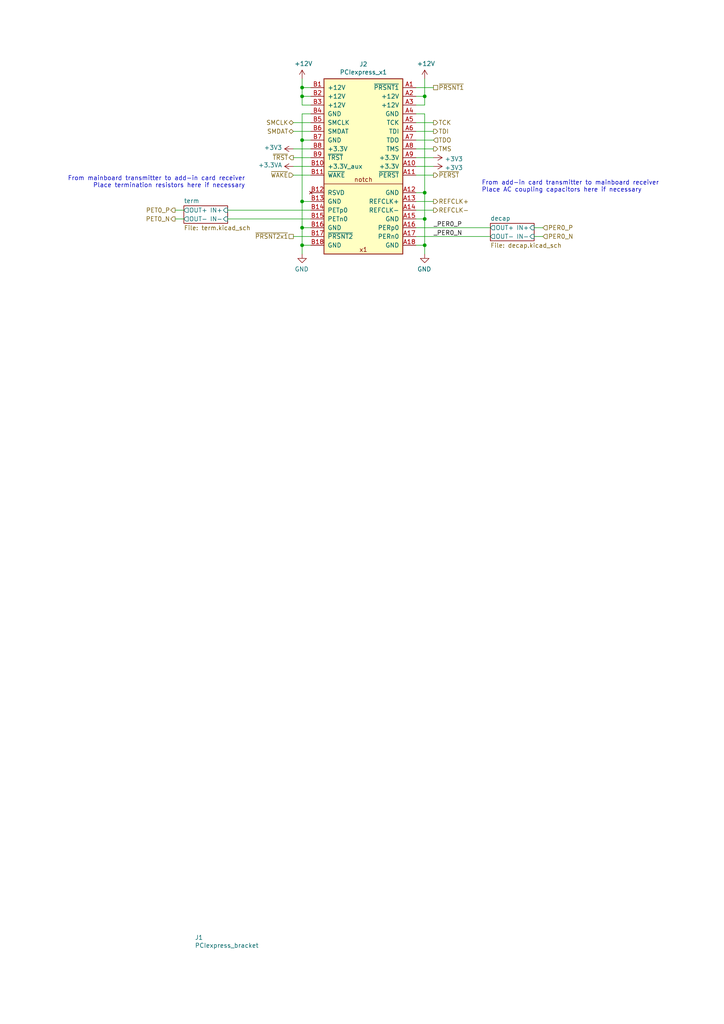
<source format=kicad_sch>
(kicad_sch (version 20230121) (generator eeschema)

  (uuid 7a8f890f-ed87-4abf-b0fb-6d21f9035681)

  (paper "A4" portrait)

  (title_block
    (title "PCIexpress_x1_full")
    (company "Author: Luca Anastasio")
  )

  (lib_symbols
    (symbol "PCIexpress:PCIexpress_bracket" (pin_names (offset 1.016)) (in_bom yes) (on_board yes)
      (property "Reference" "J" (at 0 0 0)
        (effects (font (size 1.27 1.27)))
      )
      (property "Value" "PCIexpress_bracket" (at 0 0 0)
        (effects (font (size 1.27 1.27)))
      )
      (property "Footprint" "" (at 0 0 0)
        (effects (font (size 1.27 1.27)) hide)
      )
      (property "Datasheet" "" (at 0 0 0)
        (effects (font (size 1.27 1.27)) hide)
      )
      (property "ki_fp_filters" "PCIexpress_bracket_*" (at 0 0 0)
        (effects (font (size 1.27 1.27)) hide)
      )
    )
    (symbol "PCIexpress:PCIexpress_x1" (pin_names (offset 1.016)) (in_bom yes) (on_board yes)
      (property "Reference" "J" (at 0 3.81 0)
        (effects (font (size 1.27 1.27)))
      )
      (property "Value" "PCIexpress_x1" (at 0 1.27 0)
        (effects (font (size 1.27 1.27)))
      )
      (property "Footprint" "PCIexpress:PCIexpress_x1" (at 0 -24.13 0)
        (effects (font (size 1.27 1.27)) hide)
      )
      (property "Datasheet" "" (at 0 -24.13 0)
        (effects (font (size 1.27 1.27)) hide)
      )
      (symbol "PCIexpress_x1_0_0"
        (text "notch" (at 0 -29.21 0)
          (effects (font (size 1.27 1.27)))
        )
        (text "x1" (at 0 -49.53 0)
          (effects (font (size 1.27 1.27)))
        )
      )
      (symbol "PCIexpress_x1_0_1"
        (polyline
          (pts
            (xy 11.43 -30.48)
            (xy -11.43 -30.48)
          )
          (stroke (width 0) (type default))
          (fill (type none))
        )
      )
      (symbol "PCIexpress_x1_1_1"
        (rectangle (start 11.43 0) (end -11.43 -50.8)
          (stroke (width 0.254) (type default))
          (fill (type background))
        )
        (pin passive line (at 15.24 -2.54 180) (length 3.81)
          (name "~{PRSNT1}" (effects (font (size 1.27 1.27))))
          (number "A1" (effects (font (size 1.27 1.27))))
        )
        (pin power_out line (at 15.24 -25.4 180) (length 3.81)
          (name "+3.3V" (effects (font (size 1.27 1.27))))
          (number "A10" (effects (font (size 1.27 1.27))))
        )
        (pin output line (at 15.24 -27.94 180) (length 3.81)
          (name "~{PERST}" (effects (font (size 1.27 1.27))))
          (number "A11" (effects (font (size 1.27 1.27))))
        )
        (pin power_out line (at 15.24 -33.02 180) (length 3.81)
          (name "GND" (effects (font (size 1.27 1.27))))
          (number "A12" (effects (font (size 1.27 1.27))))
        )
        (pin output line (at 15.24 -35.56 180) (length 3.81)
          (name "REFCLK+" (effects (font (size 1.27 1.27))))
          (number "A13" (effects (font (size 1.27 1.27))))
        )
        (pin output line (at 15.24 -38.1 180) (length 3.81)
          (name "REFCLK-" (effects (font (size 1.27 1.27))))
          (number "A14" (effects (font (size 1.27 1.27))))
        )
        (pin power_out line (at 15.24 -40.64 180) (length 3.81)
          (name "GND" (effects (font (size 1.27 1.27))))
          (number "A15" (effects (font (size 1.27 1.27))))
        )
        (pin input line (at 15.24 -43.18 180) (length 3.81)
          (name "PERp0" (effects (font (size 1.27 1.27))))
          (number "A16" (effects (font (size 1.27 1.27))))
        )
        (pin input line (at 15.24 -45.72 180) (length 3.81)
          (name "PERn0" (effects (font (size 1.27 1.27))))
          (number "A17" (effects (font (size 1.27 1.27))))
        )
        (pin power_out line (at 15.24 -48.26 180) (length 3.81)
          (name "GND" (effects (font (size 1.27 1.27))))
          (number "A18" (effects (font (size 1.27 1.27))))
        )
        (pin power_out line (at 15.24 -5.08 180) (length 3.81)
          (name "+12V" (effects (font (size 1.27 1.27))))
          (number "A2" (effects (font (size 1.27 1.27))))
        )
        (pin power_out line (at 15.24 -7.62 180) (length 3.81)
          (name "+12V" (effects (font (size 1.27 1.27))))
          (number "A3" (effects (font (size 1.27 1.27))))
        )
        (pin power_out line (at 15.24 -10.16 180) (length 3.81)
          (name "GND" (effects (font (size 1.27 1.27))))
          (number "A4" (effects (font (size 1.27 1.27))))
        )
        (pin output line (at 15.24 -12.7 180) (length 3.81)
          (name "TCK" (effects (font (size 1.27 1.27))))
          (number "A5" (effects (font (size 1.27 1.27))))
        )
        (pin output line (at 15.24 -15.24 180) (length 3.81)
          (name "TDI" (effects (font (size 1.27 1.27))))
          (number "A6" (effects (font (size 1.27 1.27))))
        )
        (pin input line (at 15.24 -17.78 180) (length 3.81)
          (name "TDO" (effects (font (size 1.27 1.27))))
          (number "A7" (effects (font (size 1.27 1.27))))
        )
        (pin output line (at 15.24 -20.32 180) (length 3.81)
          (name "TMS" (effects (font (size 1.27 1.27))))
          (number "A8" (effects (font (size 1.27 1.27))))
        )
        (pin power_out line (at 15.24 -22.86 180) (length 3.81)
          (name "+3.3V" (effects (font (size 1.27 1.27))))
          (number "A9" (effects (font (size 1.27 1.27))))
        )
        (pin power_out line (at -15.24 -2.54 0) (length 3.81)
          (name "+12V" (effects (font (size 1.27 1.27))))
          (number "B1" (effects (font (size 1.27 1.27))))
        )
        (pin power_out line (at -15.24 -25.4 0) (length 3.81)
          (name "+3.3V_aux" (effects (font (size 1.27 1.27))))
          (number "B10" (effects (font (size 1.27 1.27))))
        )
        (pin open_collector line (at -15.24 -27.94 0) (length 3.81)
          (name "~{WAKE}" (effects (font (size 1.27 1.27))))
          (number "B11" (effects (font (size 1.27 1.27))))
        )
        (pin no_connect line (at -15.24 -33.02 0) (length 3.81)
          (name "RSVD" (effects (font (size 1.27 1.27))))
          (number "B12" (effects (font (size 1.27 1.27))))
        )
        (pin power_out line (at -15.24 -35.56 0) (length 3.81)
          (name "GND" (effects (font (size 1.27 1.27))))
          (number "B13" (effects (font (size 1.27 1.27))))
        )
        (pin output line (at -15.24 -38.1 0) (length 3.81)
          (name "PETp0" (effects (font (size 1.27 1.27))))
          (number "B14" (effects (font (size 1.27 1.27))))
        )
        (pin output line (at -15.24 -40.64 0) (length 3.81)
          (name "PETn0" (effects (font (size 1.27 1.27))))
          (number "B15" (effects (font (size 1.27 1.27))))
        )
        (pin power_out line (at -15.24 -43.18 0) (length 3.81)
          (name "GND" (effects (font (size 1.27 1.27))))
          (number "B16" (effects (font (size 1.27 1.27))))
        )
        (pin passive line (at -15.24 -45.72 0) (length 3.81)
          (name "~{PRSNT2}" (effects (font (size 1.27 1.27))))
          (number "B17" (effects (font (size 1.27 1.27))))
        )
        (pin power_out line (at -15.24 -48.26 0) (length 3.81)
          (name "GND" (effects (font (size 1.27 1.27))))
          (number "B18" (effects (font (size 1.27 1.27))))
        )
        (pin power_out line (at -15.24 -5.08 0) (length 3.81)
          (name "+12V" (effects (font (size 1.27 1.27))))
          (number "B2" (effects (font (size 1.27 1.27))))
        )
        (pin power_out line (at -15.24 -7.62 0) (length 3.81)
          (name "+12V" (effects (font (size 1.27 1.27))))
          (number "B3" (effects (font (size 1.27 1.27))))
        )
        (pin power_out line (at -15.24 -10.16 0) (length 3.81)
          (name "GND" (effects (font (size 1.27 1.27))))
          (number "B4" (effects (font (size 1.27 1.27))))
        )
        (pin open_collector line (at -15.24 -12.7 0) (length 3.81)
          (name "SMCLK" (effects (font (size 1.27 1.27))))
          (number "B5" (effects (font (size 1.27 1.27))))
        )
        (pin open_collector line (at -15.24 -15.24 0) (length 3.81)
          (name "SMDAT" (effects (font (size 1.27 1.27))))
          (number "B6" (effects (font (size 1.27 1.27))))
        )
        (pin power_out line (at -15.24 -17.78 0) (length 3.81)
          (name "GND" (effects (font (size 1.27 1.27))))
          (number "B7" (effects (font (size 1.27 1.27))))
        )
        (pin power_out line (at -15.24 -20.32 0) (length 3.81)
          (name "+3.3V" (effects (font (size 1.27 1.27))))
          (number "B8" (effects (font (size 1.27 1.27))))
        )
        (pin output line (at -15.24 -22.86 0) (length 3.81)
          (name "~{TRST}" (effects (font (size 1.27 1.27))))
          (number "B9" (effects (font (size 1.27 1.27))))
        )
      )
    )
    (symbol "PCIexpress_x1_full-rescue:+3.3V-power" (power) (pin_names (offset 0)) (in_bom yes) (on_board yes)
      (property "Reference" "#PWR" (at 0 -3.81 0)
        (effects (font (size 1.27 1.27)) hide)
      )
      (property "Value" "+3.3V-power" (at 0 3.556 0)
        (effects (font (size 1.27 1.27)))
      )
      (property "Footprint" "" (at 0 0 0)
        (effects (font (size 1.27 1.27)) hide)
      )
      (property "Datasheet" "" (at 0 0 0)
        (effects (font (size 1.27 1.27)) hide)
      )
      (symbol "+3.3V-power_0_1"
        (polyline
          (pts
            (xy -0.762 1.27)
            (xy 0 2.54)
          )
          (stroke (width 0) (type default))
          (fill (type none))
        )
        (polyline
          (pts
            (xy 0 0)
            (xy 0 2.54)
          )
          (stroke (width 0) (type default))
          (fill (type none))
        )
        (polyline
          (pts
            (xy 0 2.54)
            (xy 0.762 1.27)
          )
          (stroke (width 0) (type default))
          (fill (type none))
        )
      )
      (symbol "+3.3V-power_1_1"
        (pin power_in line (at 0 0 90) (length 0) hide
          (name "+3V3" (effects (font (size 1.27 1.27))))
          (number "1" (effects (font (size 1.27 1.27))))
        )
      )
    )
    (symbol "power:+12V" (power) (pin_names (offset 0)) (in_bom yes) (on_board yes)
      (property "Reference" "#PWR" (at 0 -3.81 0)
        (effects (font (size 1.27 1.27)) hide)
      )
      (property "Value" "+12V" (at 0 3.556 0)
        (effects (font (size 1.27 1.27)))
      )
      (property "Footprint" "" (at 0 0 0)
        (effects (font (size 1.27 1.27)) hide)
      )
      (property "Datasheet" "" (at 0 0 0)
        (effects (font (size 1.27 1.27)) hide)
      )
      (property "ki_keywords" "global power" (at 0 0 0)
        (effects (font (size 1.27 1.27)) hide)
      )
      (property "ki_description" "Power symbol creates a global label with name \"+12V\"" (at 0 0 0)
        (effects (font (size 1.27 1.27)) hide)
      )
      (symbol "+12V_0_1"
        (polyline
          (pts
            (xy -0.762 1.27)
            (xy 0 2.54)
          )
          (stroke (width 0) (type default))
          (fill (type none))
        )
        (polyline
          (pts
            (xy 0 0)
            (xy 0 2.54)
          )
          (stroke (width 0) (type default))
          (fill (type none))
        )
        (polyline
          (pts
            (xy 0 2.54)
            (xy 0.762 1.27)
          )
          (stroke (width 0) (type default))
          (fill (type none))
        )
      )
      (symbol "+12V_1_1"
        (pin power_in line (at 0 0 90) (length 0) hide
          (name "+12V" (effects (font (size 1.27 1.27))))
          (number "1" (effects (font (size 1.27 1.27))))
        )
      )
    )
    (symbol "power:+3.3VA" (power) (pin_names (offset 0)) (in_bom yes) (on_board yes)
      (property "Reference" "#PWR" (at 0 -3.81 0)
        (effects (font (size 1.27 1.27)) hide)
      )
      (property "Value" "+3.3VA" (at 0 3.556 0)
        (effects (font (size 1.27 1.27)))
      )
      (property "Footprint" "" (at 0 0 0)
        (effects (font (size 1.27 1.27)) hide)
      )
      (property "Datasheet" "" (at 0 0 0)
        (effects (font (size 1.27 1.27)) hide)
      )
      (property "ki_keywords" "global power" (at 0 0 0)
        (effects (font (size 1.27 1.27)) hide)
      )
      (property "ki_description" "Power symbol creates a global label with name \"+3.3VA\"" (at 0 0 0)
        (effects (font (size 1.27 1.27)) hide)
      )
      (symbol "+3.3VA_0_1"
        (polyline
          (pts
            (xy -0.762 1.27)
            (xy 0 2.54)
          )
          (stroke (width 0) (type default))
          (fill (type none))
        )
        (polyline
          (pts
            (xy 0 0)
            (xy 0 2.54)
          )
          (stroke (width 0) (type default))
          (fill (type none))
        )
        (polyline
          (pts
            (xy 0 2.54)
            (xy 0.762 1.27)
          )
          (stroke (width 0) (type default))
          (fill (type none))
        )
      )
      (symbol "+3.3VA_1_1"
        (pin power_in line (at 0 0 90) (length 0) hide
          (name "+3.3VA" (effects (font (size 1.27 1.27))))
          (number "1" (effects (font (size 1.27 1.27))))
        )
      )
    )
    (symbol "power:GND" (power) (pin_names (offset 0)) (in_bom yes) (on_board yes)
      (property "Reference" "#PWR" (at 0 -6.35 0)
        (effects (font (size 1.27 1.27)) hide)
      )
      (property "Value" "GND" (at 0 -3.81 0)
        (effects (font (size 1.27 1.27)))
      )
      (property "Footprint" "" (at 0 0 0)
        (effects (font (size 1.27 1.27)) hide)
      )
      (property "Datasheet" "" (at 0 0 0)
        (effects (font (size 1.27 1.27)) hide)
      )
      (property "ki_keywords" "global power" (at 0 0 0)
        (effects (font (size 1.27 1.27)) hide)
      )
      (property "ki_description" "Power symbol creates a global label with name \"GND\" , ground" (at 0 0 0)
        (effects (font (size 1.27 1.27)) hide)
      )
      (symbol "GND_0_1"
        (polyline
          (pts
            (xy 0 0)
            (xy 0 -1.27)
            (xy 1.27 -1.27)
            (xy 0 -2.54)
            (xy -1.27 -1.27)
            (xy 0 -1.27)
          )
          (stroke (width 0) (type default))
          (fill (type none))
        )
      )
      (symbol "GND_1_1"
        (pin power_in line (at 0 0 270) (length 0) hide
          (name "GND" (effects (font (size 1.27 1.27))))
          (number "1" (effects (font (size 1.27 1.27))))
        )
      )
    )
  )

  (junction (at 87.63 25.4) (diameter 0) (color 0 0 0 0)
    (uuid 176dbe28-04b2-4d86-9cda-cbee1e3b18f7)
  )
  (junction (at 87.63 58.42) (diameter 0) (color 0 0 0 0)
    (uuid 1f99657c-11d2-4a64-81df-76ad9e5d7234)
  )
  (junction (at 123.19 63.5) (diameter 0) (color 0 0 0 0)
    (uuid 22c42380-2443-4eb4-ac47-7cb70ca5f7a7)
  )
  (junction (at 87.63 66.04) (diameter 0) (color 0 0 0 0)
    (uuid 651fbe0d-47a5-47b8-bae8-3e7717fa8e84)
  )
  (junction (at 123.19 27.94) (diameter 0) (color 0 0 0 0)
    (uuid 83d6b84b-51b0-42b2-beb8-7ee508b643be)
  )
  (junction (at 123.19 71.12) (diameter 0) (color 0 0 0 0)
    (uuid b4c23b36-0194-4c55-8e4d-d3140568507b)
  )
  (junction (at 123.19 55.88) (diameter 0) (color 0 0 0 0)
    (uuid c350e948-847a-4d05-952f-f78cd473234d)
  )
  (junction (at 87.63 71.12) (diameter 0) (color 0 0 0 0)
    (uuid e0b881db-2670-4671-bc77-f81022f123c0)
  )
  (junction (at 87.63 27.94) (diameter 0) (color 0 0 0 0)
    (uuid e80168d0-eb64-40cc-bac2-8b4c886f5c32)
  )
  (junction (at 87.63 40.64) (diameter 0) (color 0 0 0 0)
    (uuid f037221b-75bf-473d-954b-6f3ebb0fc1b8)
  )

  (wire (pts (xy 90.17 25.4) (xy 87.63 25.4))
    (stroke (width 0) (type default))
    (uuid 026631c2-b85c-4300-9577-30e3968595f3)
  )
  (wire (pts (xy 87.63 27.94) (xy 90.17 27.94))
    (stroke (width 0) (type default))
    (uuid 16992c62-26bb-4ee5-b4e3-09c8e9e015bb)
  )
  (wire (pts (xy 123.19 22.86) (xy 123.19 27.94))
    (stroke (width 0) (type default))
    (uuid 1ae59aa4-e41d-4e1d-bc79-f7739e43eb98)
  )
  (wire (pts (xy 90.17 66.04) (xy 87.63 66.04))
    (stroke (width 0) (type default))
    (uuid 2049697d-5a04-496f-bf0f-71c9683944d0)
  )
  (wire (pts (xy 90.17 68.58) (xy 85.09 68.58))
    (stroke (width 0) (type default))
    (uuid 21f8cf3f-8317-49ff-a24c-8c43bedba18d)
  )
  (wire (pts (xy 120.65 66.04) (xy 142.24 66.04))
    (stroke (width 0) (type default))
    (uuid 2912f2f9-fe1a-46e8-9a3f-0955a67b0305)
  )
  (wire (pts (xy 87.63 73.66) (xy 87.63 71.12))
    (stroke (width 0) (type default))
    (uuid 2d5e31fd-f97e-4328-83ba-d9c6f39a01b3)
  )
  (wire (pts (xy 90.17 40.64) (xy 87.63 40.64))
    (stroke (width 0) (type default))
    (uuid 2e9a3142-554d-4f7f-b01f-f895aacd4162)
  )
  (wire (pts (xy 120.65 25.4) (xy 125.73 25.4))
    (stroke (width 0) (type default))
    (uuid 48f4fc56-7d74-4931-a207-57acf901aa98)
  )
  (wire (pts (xy 123.19 55.88) (xy 123.19 63.5))
    (stroke (width 0) (type default))
    (uuid 49771f17-dc44-4ccf-bba5-cdfb07910a14)
  )
  (wire (pts (xy 87.63 40.64) (xy 87.63 33.02))
    (stroke (width 0) (type default))
    (uuid 49bbead4-bccd-4bcb-b2ad-a369e5dfd5fc)
  )
  (wire (pts (xy 120.65 60.96) (xy 125.73 60.96))
    (stroke (width 0) (type default))
    (uuid 4def8408-29fb-41b5-8e39-6bba951816ad)
  )
  (wire (pts (xy 120.65 58.42) (xy 125.73 58.42))
    (stroke (width 0) (type default))
    (uuid 51e17cfd-eff1-4402-a357-770a326b60e8)
  )
  (wire (pts (xy 87.63 66.04) (xy 87.63 58.42))
    (stroke (width 0) (type default))
    (uuid 53c7e951-ab61-4c8f-bec4-9f59f3b2b041)
  )
  (wire (pts (xy 85.09 45.72) (xy 90.17 45.72))
    (stroke (width 0) (type default))
    (uuid 53d8bde0-59d4-4ed4-afc7-9d80c094fee3)
  )
  (wire (pts (xy 87.63 30.48) (xy 87.63 27.94))
    (stroke (width 0) (type default))
    (uuid 54502987-226c-41f0-b238-4f31c0d9c049)
  )
  (wire (pts (xy 120.65 40.64) (xy 125.73 40.64))
    (stroke (width 0) (type default))
    (uuid 5d58bb48-7a18-45eb-a97a-d0e0a5c69789)
  )
  (wire (pts (xy 120.65 68.58) (xy 142.24 68.58))
    (stroke (width 0) (type default))
    (uuid 6235c5cb-11cf-45c8-af41-ad4c2dcc6a21)
  )
  (wire (pts (xy 87.63 71.12) (xy 87.63 66.04))
    (stroke (width 0) (type default))
    (uuid 69b251ea-29d4-41a0-b302-4df562268aa6)
  )
  (wire (pts (xy 154.94 68.58) (xy 157.48 68.58))
    (stroke (width 0) (type default))
    (uuid 70ec61fe-1c32-46a5-bc72-65c67077daf9)
  )
  (wire (pts (xy 120.65 43.18) (xy 125.73 43.18))
    (stroke (width 0) (type default))
    (uuid 7573aa2e-5a40-4e9d-aa70-01d60a1aba1b)
  )
  (wire (pts (xy 120.65 30.48) (xy 123.19 30.48))
    (stroke (width 0) (type default))
    (uuid 79f75d7c-2e36-46d3-9329-37b464ee09d8)
  )
  (wire (pts (xy 120.65 55.88) (xy 123.19 55.88))
    (stroke (width 0) (type default))
    (uuid 7ebd243e-29dc-4957-bec0-139e8fdd6a65)
  )
  (wire (pts (xy 120.65 35.56) (xy 125.73 35.56))
    (stroke (width 0) (type default))
    (uuid 84402fe9-5aba-4b86-a00b-8ce03f56e67f)
  )
  (wire (pts (xy 66.04 63.5) (xy 90.17 63.5))
    (stroke (width 0) (type default))
    (uuid 85bed1e2-ef13-4425-915b-4851b7a3cc49)
  )
  (wire (pts (xy 90.17 71.12) (xy 87.63 71.12))
    (stroke (width 0) (type default))
    (uuid 86c470e1-226c-4a16-abfa-5a34b8c2c7f7)
  )
  (wire (pts (xy 85.09 35.56) (xy 90.17 35.56))
    (stroke (width 0) (type default))
    (uuid 957c5f3e-8d7c-4604-9a96-080dce76cf47)
  )
  (wire (pts (xy 120.65 48.26) (xy 125.73 48.26))
    (stroke (width 0) (type default))
    (uuid 962e6030-f838-45fa-8eed-3e7113af4f86)
  )
  (wire (pts (xy 123.19 33.02) (xy 120.65 33.02))
    (stroke (width 0) (type default))
    (uuid 9e24f2cf-78a2-4b45-890c-c5d7f79fe576)
  )
  (wire (pts (xy 85.09 38.1) (xy 90.17 38.1))
    (stroke (width 0) (type default))
    (uuid a4df23e4-1587-49c3-9095-cf7deba75af8)
  )
  (wire (pts (xy 90.17 58.42) (xy 87.63 58.42))
    (stroke (width 0) (type default))
    (uuid ab6d770c-5185-489d-88c2-731b0247e238)
  )
  (wire (pts (xy 87.63 25.4) (xy 87.63 22.86))
    (stroke (width 0) (type default))
    (uuid ac5a31d0-9138-4747-8876-63736d28acc3)
  )
  (wire (pts (xy 87.63 27.94) (xy 87.63 25.4))
    (stroke (width 0) (type default))
    (uuid af1e1dda-a4f3-48ee-83b4-598d5bab5430)
  )
  (wire (pts (xy 50.8 60.96) (xy 53.34 60.96))
    (stroke (width 0) (type default))
    (uuid b1971ebe-d131-445d-9aa0-938b5193f281)
  )
  (wire (pts (xy 85.09 43.18) (xy 90.17 43.18))
    (stroke (width 0) (type default))
    (uuid b42a7fea-311c-4d22-b2ad-ee7b5cd41eb7)
  )
  (wire (pts (xy 123.19 30.48) (xy 123.19 27.94))
    (stroke (width 0) (type default))
    (uuid b5e1b86e-8ad9-4f73-9e30-3eff979c1651)
  )
  (wire (pts (xy 123.19 27.94) (xy 120.65 27.94))
    (stroke (width 0) (type default))
    (uuid bd9f822c-fdd3-4edd-b6b5-501c0f899828)
  )
  (wire (pts (xy 66.04 60.96) (xy 90.17 60.96))
    (stroke (width 0) (type default))
    (uuid c5651b7b-7fa1-4434-865c-933d3566c6c7)
  )
  (wire (pts (xy 120.65 45.72) (xy 125.73 45.72))
    (stroke (width 0) (type default))
    (uuid c627b3e6-5021-43e6-9dc5-b661e5643568)
  )
  (wire (pts (xy 154.94 66.04) (xy 157.48 66.04))
    (stroke (width 0) (type default))
    (uuid c8edc9f5-226f-490a-a557-4b75c1f2bf95)
  )
  (wire (pts (xy 90.17 30.48) (xy 87.63 30.48))
    (stroke (width 0) (type default))
    (uuid c973304f-3a42-4c08-9c6d-cc66426fc22b)
  )
  (wire (pts (xy 87.63 33.02) (xy 90.17 33.02))
    (stroke (width 0) (type default))
    (uuid c97970aa-1e14-4418-b8d3-852402ef6bb9)
  )
  (wire (pts (xy 85.09 50.8) (xy 90.17 50.8))
    (stroke (width 0) (type default))
    (uuid d671e284-ee18-4fac-8b1a-02d01d4e7b8b)
  )
  (wire (pts (xy 120.65 63.5) (xy 123.19 63.5))
    (stroke (width 0) (type default))
    (uuid d990fc90-26dc-471c-bea5-33475f1ce737)
  )
  (wire (pts (xy 120.65 71.12) (xy 123.19 71.12))
    (stroke (width 0) (type default))
    (uuid da9695d8-6f68-40c7-8971-6a4e797df7c3)
  )
  (wire (pts (xy 85.09 48.26) (xy 90.17 48.26))
    (stroke (width 0) (type default))
    (uuid ddc7bfc0-092a-4e3e-884e-59cec53dd95e)
  )
  (wire (pts (xy 120.65 50.8) (xy 125.73 50.8))
    (stroke (width 0) (type default))
    (uuid e2bf17a8-fccb-4c21-80dd-e6c092ac31c6)
  )
  (wire (pts (xy 123.19 63.5) (xy 123.19 71.12))
    (stroke (width 0) (type default))
    (uuid ed3ebc0a-2f4a-44fa-bb1d-9185064cc7ea)
  )
  (wire (pts (xy 50.8 63.5) (xy 53.34 63.5))
    (stroke (width 0) (type default))
    (uuid ed57287b-8693-4720-b4fc-b76cf8f25518)
  )
  (wire (pts (xy 123.19 33.02) (xy 123.19 55.88))
    (stroke (width 0) (type default))
    (uuid eeb59ad0-aea2-4e58-817c-4147bc2cafb2)
  )
  (wire (pts (xy 120.65 38.1) (xy 125.73 38.1))
    (stroke (width 0) (type default))
    (uuid f16b2e51-567b-463f-bbd9-db8fc3f6d454)
  )
  (wire (pts (xy 87.63 58.42) (xy 87.63 40.64))
    (stroke (width 0) (type default))
    (uuid fd856d14-8608-4ce8-882e-c093a4261467)
  )
  (wire (pts (xy 123.19 73.66) (xy 123.19 71.12))
    (stroke (width 0) (type default))
    (uuid febee038-0ff8-4b84-a8dd-f1ea76eeaa90)
  )

  (text "From add-in card transmitter to mainboard receiver\nPlace AC coupling capacitors here if necessary"
    (at 139.7 55.88 0)
    (effects (font (size 1.27 1.27)) (justify left bottom))
    (uuid 590e1308-863f-40d2-a632-9333211df485)
  )
  (text "From mainboard transmitter to add-in card receiver\nPlace termination resistors here if necessary"
    (at 71.12 54.61 0)
    (effects (font (size 1.27 1.27)) (justify right bottom))
    (uuid ce29de5b-84d7-43c1-8bde-887af5bdae50)
  )

  (label "_PER0_P" (at 125.73 66.04 0) (fields_autoplaced)
    (effects (font (size 1.27 1.27)) (justify left bottom))
    (uuid 3b30e7c5-12a1-4d61-b4c9-bdb2e6e60943)
  )
  (label "_PER0_N" (at 125.73 68.58 0) (fields_autoplaced)
    (effects (font (size 1.27 1.27)) (justify left bottom))
    (uuid 946c5717-607e-44b4-9329-1619cae0a88a)
  )

  (hierarchical_label "PER0_N" (shape input) (at 157.48 68.58 0) (fields_autoplaced)
    (effects (font (size 1.27 1.27)) (justify left))
    (uuid 0ff8ef61-2bfe-496b-a03f-89e3aabc9701)
  )
  (hierarchical_label "TCK" (shape output) (at 125.73 35.56 0) (fields_autoplaced)
    (effects (font (size 1.27 1.27)) (justify left))
    (uuid 1f643d0c-1b31-417a-90d5-762121299793)
  )
  (hierarchical_label "TDO" (shape input) (at 125.73 40.64 0) (fields_autoplaced)
    (effects (font (size 1.27 1.27)) (justify left))
    (uuid 2961fa64-8773-452b-a568-114e0d6a9211)
  )
  (hierarchical_label "SMDAT" (shape bidirectional) (at 85.09 38.1 180) (fields_autoplaced)
    (effects (font (size 1.27 1.27)) (justify right))
    (uuid 855f01b4-e641-42bf-bcb0-729354ba251b)
  )
  (hierarchical_label "~{WAKE}" (shape input) (at 85.09 50.8 180) (fields_autoplaced)
    (effects (font (size 1.27 1.27)) (justify right))
    (uuid 92d3a853-f216-456b-b583-c26a2fe879c6)
  )
  (hierarchical_label "PET0_N" (shape output) (at 50.8 63.5 180) (fields_autoplaced)
    (effects (font (size 1.27 1.27)) (justify right))
    (uuid 9b3e1dca-b47d-4257-bef2-c4a6012f3f28)
  )
  (hierarchical_label "SMCLK" (shape bidirectional) (at 85.09 35.56 180) (fields_autoplaced)
    (effects (font (size 1.27 1.27)) (justify right))
    (uuid b0ac2a93-b6e1-40ae-a201-f4276a556de8)
  )
  (hierarchical_label "REFCLK+" (shape output) (at 125.73 58.42 0) (fields_autoplaced)
    (effects (font (size 1.27 1.27)) (justify left))
    (uuid b2488b62-1ed5-4fb0-a21e-ddb472f1c3e1)
  )
  (hierarchical_label "~{PRSNT1}" (shape passive) (at 125.73 25.4 0) (fields_autoplaced)
    (effects (font (size 1.27 1.27)) (justify left))
    (uuid bb0378df-0af0-4ac9-8da4-4839350d15b5)
  )
  (hierarchical_label "~{PRSNT2x1}" (shape passive) (at 85.09 68.58 180) (fields_autoplaced)
    (effects (font (size 1.27 1.27)) (justify right))
    (uuid bf9191d3-9d46-485e-bfbc-5d15ae0a7edf)
  )
  (hierarchical_label "REFCLK-" (shape output) (at 125.73 60.96 0) (fields_autoplaced)
    (effects (font (size 1.27 1.27)) (justify left))
    (uuid c8505ce8-e63d-43b6-862a-b305fb690b8c)
  )
  (hierarchical_label "TMS" (shape output) (at 125.73 43.18 0) (fields_autoplaced)
    (effects (font (size 1.27 1.27)) (justify left))
    (uuid df29ed3b-719b-4fc0-b24f-eabdcb5d7f7d)
  )
  (hierarchical_label "~{TRST}" (shape output) (at 85.09 45.72 180) (fields_autoplaced)
    (effects (font (size 1.27 1.27)) (justify right))
    (uuid e04f07b5-a6f3-4765-b764-c94de408f390)
  )
  (hierarchical_label "TDI" (shape output) (at 125.73 38.1 0) (fields_autoplaced)
    (effects (font (size 1.27 1.27)) (justify left))
    (uuid e29289f5-fbe7-4a16-b990-ee50c516d132)
  )
  (hierarchical_label "~{PERST}" (shape output) (at 125.73 50.8 0) (fields_autoplaced)
    (effects (font (size 1.27 1.27)) (justify left))
    (uuid f0e3a6f4-070b-4a5f-943d-1086857f621b)
  )
  (hierarchical_label "PER0_P" (shape input) (at 157.48 66.04 0) (fields_autoplaced)
    (effects (font (size 1.27 1.27)) (justify left))
    (uuid f9e12564-f918-4d01-91cc-1730e9a63069)
  )
  (hierarchical_label "PET0_P" (shape output) (at 50.8 60.96 180) (fields_autoplaced)
    (effects (font (size 1.27 1.27)) (justify right))
    (uuid ff03003f-777c-45e3-b1aa-d4d0700a64db)
  )

  (symbol (lib_id "PCIexpress:PCIexpress_x1") (at 105.41 22.86 0) (unit 1)
    (in_bom yes) (on_board yes) (dnp no)
    (uuid 00000000-0000-0000-0000-00005d4febd7)
    (property "Reference" "J2" (at 105.41 18.6182 0)
      (effects (font (size 1.27 1.27)))
    )
    (property "Value" "PCIexpress_x1" (at 105.41 20.9296 0)
      (effects (font (size 1.27 1.27)))
    )
    (property "Footprint" "PCIexpress:PCIexpress_x1" (at 105.41 46.99 0)
      (effects (font (size 1.27 1.27)) hide)
    )
    (property "Datasheet" "" (at 105.41 46.99 0)
      (effects (font (size 1.27 1.27)) hide)
    )
    (pin "A1" (uuid 2049c3cb-e4dc-41bf-804c-ba07b4818e4e))
    (pin "A10" (uuid 0bd50cd2-5220-43a8-882e-1b6b2b20375b))
    (pin "A11" (uuid 95b2f677-5e3b-48e9-9aaa-651b4ab2f289))
    (pin "A12" (uuid 0d5f4c6a-1ebd-4829-8ba7-f83465394d6c))
    (pin "A13" (uuid bee97e36-e616-467b-b20a-ff85986f8b1b))
    (pin "A14" (uuid 15e1460a-6360-4903-b523-ccc89e414006))
    (pin "A15" (uuid 4cb73781-1600-4d17-a29d-faeddd00aff8))
    (pin "A16" (uuid 10426ad4-1165-4cc8-8bc3-6780c987133a))
    (pin "A17" (uuid 5f9db720-0420-4f2f-9a17-989b47b39cd1))
    (pin "A18" (uuid e0d247c7-66e3-4db4-9753-ea9934bb1266))
    (pin "A2" (uuid f4aa1a39-7499-4065-8cc1-63d65486992e))
    (pin "A3" (uuid 373017a0-8413-4ea8-b670-1a7a4f7c72b7))
    (pin "A4" (uuid e3f9518a-f749-4265-b227-cd71f4011879))
    (pin "A5" (uuid 9b6e60cb-3a1c-4929-b8ad-5c88a93da885))
    (pin "A6" (uuid b4e63fa0-76db-490d-b8ce-5c350c1ffc3e))
    (pin "A7" (uuid 4cd4128a-70b6-4ca2-a288-19f82496ef89))
    (pin "A8" (uuid f5668bbe-17ab-4aa1-9841-72d14c7e0ec6))
    (pin "A9" (uuid 0ea0f1a5-433c-4715-a7f9-1d368606d9e0))
    (pin "B1" (uuid 0496dad7-3fb5-41f7-aaf0-13f1110ef491))
    (pin "B10" (uuid f6fbf246-3fc6-445c-9ab4-5cfd00caa5b9))
    (pin "B11" (uuid 7fd41dcb-2c1e-43d5-809b-6886ca5960d4))
    (pin "B12" (uuid 973152e6-2cb9-4bf5-adab-7d0df32faa30))
    (pin "B13" (uuid 0d696b7e-e79a-431f-a7fa-93b3b245c58d))
    (pin "B14" (uuid 94605e03-cab2-41c9-8ab1-549cedb27b40))
    (pin "B15" (uuid f730df6c-8f70-447f-b620-36945c81b08f))
    (pin "B16" (uuid 54f17392-56f6-4989-8423-107633e9b9ab))
    (pin "B17" (uuid a1a05515-805a-4e4d-8359-1f2c9ccd28ae))
    (pin "B18" (uuid 66a86d91-ca8b-45d3-b536-072bc5474561))
    (pin "B2" (uuid 36bf9092-6137-4e6b-9198-ae6ab4ab4c53))
    (pin "B3" (uuid 7e028284-e2af-4652-8248-c743e4e2d9b5))
    (pin "B4" (uuid 28360108-8668-4477-9a1a-e28715d46b16))
    (pin "B5" (uuid d55c34d4-cef1-4fa2-961d-d14c7f2a51e9))
    (pin "B6" (uuid 1f446aa7-a9a2-4773-ae5d-dc45f4fccb31))
    (pin "B7" (uuid d5707054-0ffe-4d0f-811a-6cc9e3658e47))
    (pin "B8" (uuid 53c2602d-4de9-4f54-a255-815adc4178f3))
    (pin "B9" (uuid 695a010d-3741-4237-872e-bb6c205aad7b))
    (instances
      (project "flopfpga_pcie_x1"
        (path "/d4a655a4-a1b2-4c75-b7b5-cc7400a5115b/00000000-0000-0000-0000-00005d508b15"
          (reference "J2") (unit 1)
        )
      )
    )
  )

  (symbol (lib_id "PCIexpress:PCIexpress_bracket") (at 55.88 273.05 0) (unit 1)
    (in_bom yes) (on_board yes) (dnp no)
    (uuid 00000000-0000-0000-0000-00005d51ada7)
    (property "Reference" "J1" (at 56.515 271.8816 0)
      (effects (font (size 1.27 1.27)) (justify left))
    )
    (property "Value" "PCIexpress_bracket" (at 56.515 274.193 0)
      (effects (font (size 1.27 1.27)) (justify left))
    )
    (property "Footprint" "PCIexpress:PCIexpress_bracket_full" (at 55.88 273.05 0)
      (effects (font (size 1.27 1.27)) hide)
    )
    (property "Datasheet" "" (at 55.88 273.05 0)
      (effects (font (size 1.27 1.27)) hide)
    )
    (instances
      (project "flopfpga_pcie_x1"
        (path "/d4a655a4-a1b2-4c75-b7b5-cc7400a5115b/00000000-0000-0000-0000-00005d508b15"
          (reference "J1") (unit 1)
        )
      )
    )
  )

  (symbol (lib_id "power:GND") (at 87.63 73.66 0) (mirror y) (unit 1)
    (in_bom yes) (on_board yes) (dnp no)
    (uuid 00000000-0000-0000-0000-00005d51adb3)
    (property "Reference" "#PWR0101" (at 87.63 80.01 0)
      (effects (font (size 1.27 1.27)) hide)
    )
    (property "Value" "GND" (at 87.503 78.0542 0)
      (effects (font (size 1.27 1.27)))
    )
    (property "Footprint" "" (at 87.63 73.66 0)
      (effects (font (size 1.27 1.27)) hide)
    )
    (property "Datasheet" "" (at 87.63 73.66 0)
      (effects (font (size 1.27 1.27)) hide)
    )
    (pin "1" (uuid 43c47a63-84f6-4c2d-a192-6ba8f382cdc6))
    (instances
      (project "flopfpga_pcie_x1"
        (path "/d4a655a4-a1b2-4c75-b7b5-cc7400a5115b/00000000-0000-0000-0000-00005d508b15"
          (reference "#PWR0101") (unit 1)
        )
      )
    )
  )

  (symbol (lib_id "power:GND") (at 123.19 73.66 0) (mirror y) (unit 1)
    (in_bom yes) (on_board yes) (dnp no)
    (uuid 00000000-0000-0000-0000-00005d51adb9)
    (property "Reference" "#PWR0102" (at 123.19 80.01 0)
      (effects (font (size 1.27 1.27)) hide)
    )
    (property "Value" "GND" (at 123.063 78.0542 0)
      (effects (font (size 1.27 1.27)))
    )
    (property "Footprint" "" (at 123.19 73.66 0)
      (effects (font (size 1.27 1.27)) hide)
    )
    (property "Datasheet" "" (at 123.19 73.66 0)
      (effects (font (size 1.27 1.27)) hide)
    )
    (pin "1" (uuid 58ed5139-83d3-4867-95a0-2e8744f1e76f))
    (instances
      (project "flopfpga_pcie_x1"
        (path "/d4a655a4-a1b2-4c75-b7b5-cc7400a5115b/00000000-0000-0000-0000-00005d508b15"
          (reference "#PWR0102") (unit 1)
        )
      )
    )
  )

  (symbol (lib_id "PCIexpress_x1_full-rescue:+3.3V-power") (at 85.09 43.18 90) (unit 1)
    (in_bom yes) (on_board yes) (dnp no)
    (uuid 00000000-0000-0000-0000-00005d51ae8a)
    (property "Reference" "#PWR0103" (at 88.9 43.18 0)
      (effects (font (size 1.27 1.27)) hide)
    )
    (property "Value" "+3.3V" (at 81.8388 42.799 90)
      (effects (font (size 1.27 1.27)) (justify left))
    )
    (property "Footprint" "" (at 85.09 43.18 0)
      (effects (font (size 1.27 1.27)) hide)
    )
    (property "Datasheet" "" (at 85.09 43.18 0)
      (effects (font (size 1.27 1.27)) hide)
    )
    (pin "1" (uuid e8bb2edb-2a27-4906-83e0-4326b9ef6b1e))
    (instances
      (project "flopfpga_pcie_x1"
        (path "/d4a655a4-a1b2-4c75-b7b5-cc7400a5115b/00000000-0000-0000-0000-00005d508b15"
          (reference "#PWR0103") (unit 1)
        )
      )
    )
  )

  (symbol (lib_id "PCIexpress_x1_full-rescue:+3.3V-power") (at 125.73 45.72 270) (unit 1)
    (in_bom yes) (on_board yes) (dnp no)
    (uuid 00000000-0000-0000-0000-00005d51ae90)
    (property "Reference" "#PWR0104" (at 121.92 45.72 0)
      (effects (font (size 1.27 1.27)) hide)
    )
    (property "Value" "+3.3V" (at 128.9812 46.101 90)
      (effects (font (size 1.27 1.27)) (justify left))
    )
    (property "Footprint" "" (at 125.73 45.72 0)
      (effects (font (size 1.27 1.27)) hide)
    )
    (property "Datasheet" "" (at 125.73 45.72 0)
      (effects (font (size 1.27 1.27)) hide)
    )
    (pin "1" (uuid 17536cff-0cb2-46f6-81c8-7c1bacf47f4b))
    (instances
      (project "flopfpga_pcie_x1"
        (path "/d4a655a4-a1b2-4c75-b7b5-cc7400a5115b/00000000-0000-0000-0000-00005d508b15"
          (reference "#PWR0104") (unit 1)
        )
      )
    )
  )

  (symbol (lib_id "PCIexpress_x1_full-rescue:+3.3V-power") (at 125.73 48.26 270) (unit 1)
    (in_bom yes) (on_board yes) (dnp no)
    (uuid 00000000-0000-0000-0000-00005d51ae96)
    (property "Reference" "#PWR0105" (at 121.92 48.26 0)
      (effects (font (size 1.27 1.27)) hide)
    )
    (property "Value" "+3.3V" (at 128.9812 48.641 90)
      (effects (font (size 1.27 1.27)) (justify left))
    )
    (property "Footprint" "" (at 125.73 48.26 0)
      (effects (font (size 1.27 1.27)) hide)
    )
    (property "Datasheet" "" (at 125.73 48.26 0)
      (effects (font (size 1.27 1.27)) hide)
    )
    (pin "1" (uuid 77e9a2c6-c13b-4010-a91d-a70424c246e9))
    (instances
      (project "flopfpga_pcie_x1"
        (path "/d4a655a4-a1b2-4c75-b7b5-cc7400a5115b/00000000-0000-0000-0000-00005d508b15"
          (reference "#PWR0105") (unit 1)
        )
      )
    )
  )

  (symbol (lib_id "power:+3.3VA") (at 85.09 48.26 90) (unit 1)
    (in_bom yes) (on_board yes) (dnp no)
    (uuid 00000000-0000-0000-0000-00005d51ae9c)
    (property "Reference" "#PWR0106" (at 88.9 48.26 0)
      (effects (font (size 1.27 1.27)) hide)
    )
    (property "Value" "+3.3VA" (at 81.8642 47.879 90)
      (effects (font (size 1.27 1.27)) (justify left))
    )
    (property "Footprint" "" (at 85.09 48.26 0)
      (effects (font (size 1.27 1.27)) hide)
    )
    (property "Datasheet" "" (at 85.09 48.26 0)
      (effects (font (size 1.27 1.27)) hide)
    )
    (pin "1" (uuid fec7dd42-217a-423e-8e02-cc6513b183d5))
    (instances
      (project "flopfpga_pcie_x1"
        (path "/d4a655a4-a1b2-4c75-b7b5-cc7400a5115b/00000000-0000-0000-0000-00005d508b15"
          (reference "#PWR0106") (unit 1)
        )
      )
    )
  )

  (symbol (lib_id "power:+12V") (at 87.63 22.86 0) (unit 1)
    (in_bom yes) (on_board yes) (dnp no)
    (uuid 00000000-0000-0000-0000-00005d51aea2)
    (property "Reference" "#PWR0107" (at 87.63 26.67 0)
      (effects (font (size 1.27 1.27)) hide)
    )
    (property "Value" "+12V" (at 88.011 18.4658 0)
      (effects (font (size 1.27 1.27)))
    )
    (property "Footprint" "" (at 87.63 22.86 0)
      (effects (font (size 1.27 1.27)) hide)
    )
    (property "Datasheet" "" (at 87.63 22.86 0)
      (effects (font (size 1.27 1.27)) hide)
    )
    (pin "1" (uuid 26189f21-1708-4b31-a3bf-6b46c4682fb6))
    (instances
      (project "flopfpga_pcie_x1"
        (path "/d4a655a4-a1b2-4c75-b7b5-cc7400a5115b/00000000-0000-0000-0000-00005d508b15"
          (reference "#PWR0107") (unit 1)
        )
      )
    )
  )

  (symbol (lib_id "power:+12V") (at 123.19 22.86 0) (unit 1)
    (in_bom yes) (on_board yes) (dnp no)
    (uuid 00000000-0000-0000-0000-00005d51aea8)
    (property "Reference" "#PWR0108" (at 123.19 26.67 0)
      (effects (font (size 1.27 1.27)) hide)
    )
    (property "Value" "+12V" (at 123.571 18.4658 0)
      (effects (font (size 1.27 1.27)))
    )
    (property "Footprint" "" (at 123.19 22.86 0)
      (effects (font (size 1.27 1.27)) hide)
    )
    (property "Datasheet" "" (at 123.19 22.86 0)
      (effects (font (size 1.27 1.27)) hide)
    )
    (pin "1" (uuid 00f668d9-bd1b-464c-93e6-32d47c5c237c))
    (instances
      (project "flopfpga_pcie_x1"
        (path "/d4a655a4-a1b2-4c75-b7b5-cc7400a5115b/00000000-0000-0000-0000-00005d508b15"
          (reference "#PWR0108") (unit 1)
        )
      )
    )
  )

  (sheet (at 53.34 59.69) (size 12.7 5.08) (fields_autoplaced)
    (stroke (width 0) (type solid))
    (fill (color 0 0 0 0.0000))
    (uuid 00000000-0000-0000-0000-00005d516dfb)
    (property "Sheetname" "term" (at 53.34 58.9784 0)
      (effects (font (size 1.27 1.27)) (justify left bottom))
    )
    (property "Sheetfile" "term.kicad_sch" (at 53.34 65.3546 0)
      (effects (font (size 1.27 1.27)) (justify left top))
    )
    (pin "IN+" input (at 66.04 60.96 0)
      (effects (font (size 1.27 1.27)) (justify right))
      (uuid 4c55ceb0-f7ba-4b1d-90a9-c4b83aeca061)
    )
    (pin "IN-" input (at 66.04 63.5 0)
      (effects (font (size 1.27 1.27)) (justify right))
      (uuid 8ec6004e-a067-4186-9aed-fc9d7fd6f7de)
    )
    (pin "OUT+" output (at 53.34 60.96 180)
      (effects (font (size 1.27 1.27)) (justify left))
      (uuid d63e868b-9cd0-4f22-bafb-50ed24cd6df4)
    )
    (pin "OUT-" output (at 53.34 63.5 180)
      (effects (font (size 1.27 1.27)) (justify left))
      (uuid abad792f-ca0c-418b-af60-b42e2adbbb94)
    )
    (instances
      (project "flopfpga_pcie_x1"
        (path "/d4a655a4-a1b2-4c75-b7b5-cc7400a5115b/00000000-0000-0000-0000-00005d508b15" (page "3"))
      )
    )
  )

  (sheet (at 142.24 64.77) (size 12.7 5.08) (fields_autoplaced)
    (stroke (width 0) (type solid))
    (fill (color 0 0 0 0.0000))
    (uuid 00000000-0000-0000-0000-00005dab5272)
    (property "Sheetname" "decap" (at 142.24 64.0584 0)
      (effects (font (size 1.27 1.27)) (justify left bottom))
    )
    (property "Sheetfile" "decap.kicad_sch" (at 142.24 70.4346 0)
      (effects (font (size 1.27 1.27)) (justify left top))
    )
    (pin "IN+" input (at 154.94 66.04 0)
      (effects (font (size 1.27 1.27)) (justify right))
      (uuid 6ea1df2a-13a6-41ba-b459-feb64e721677)
    )
    (pin "OUT+" output (at 142.24 66.04 180)
      (effects (font (size 1.27 1.27)) (justify left))
      (uuid fe4ae240-7ed4-4772-91cf-35cdf4af6f27)
    )
    (pin "OUT-" output (at 142.24 68.58 180)
      (effects (font (size 1.27 1.27)) (justify left))
      (uuid 433d87b6-257b-4b0f-bc1e-7454c2733a51)
    )
    (pin "IN-" input (at 154.94 68.58 0)
      (effects (font (size 1.27 1.27)) (justify right))
      (uuid c79103ad-61ee-4459-aec1-ed7245d78d39)
    )
    (instances
      (project "flopfpga_pcie_x1"
        (path "/d4a655a4-a1b2-4c75-b7b5-cc7400a5115b/00000000-0000-0000-0000-00005d508b15" (page "4"))
      )
    )
  )
)

</source>
